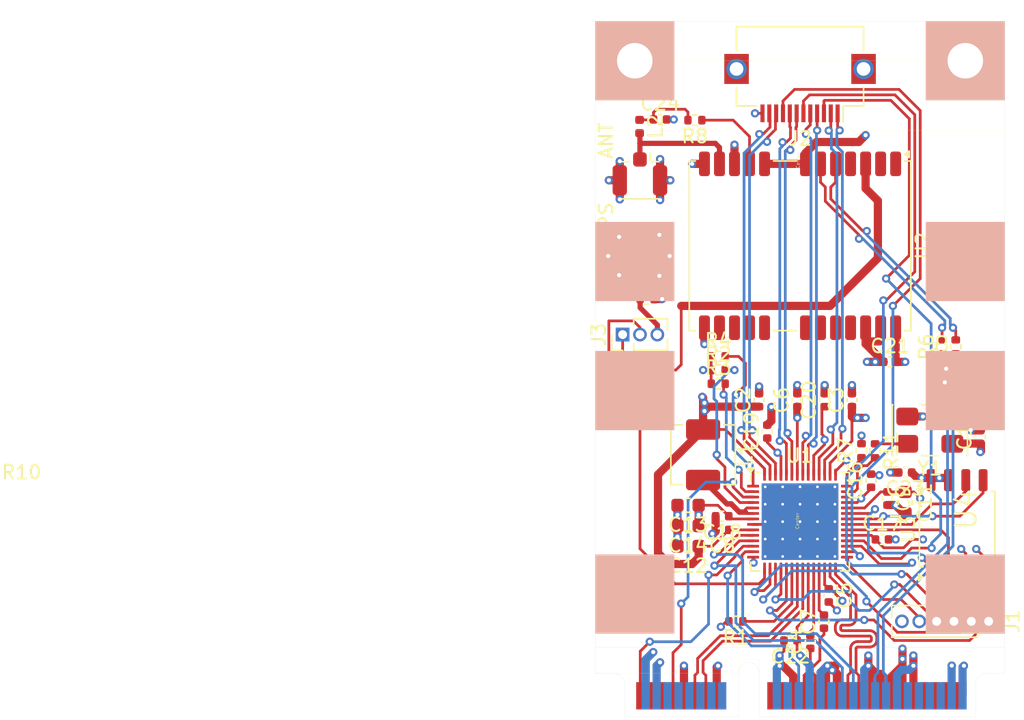
<source format=kicad_pcb>
(kicad_pcb
	(version 20241229)
	(generator "pcbnew")
	(generator_version "9.0")
	(general
		(thickness 1.0412)
		(legacy_teardrops no)
	)
	(paper "A4")
	(title_block
		(title "Timing NIC")
		(date "2025-05-26")
		(rev "1")
	)
	(layers
		(0 "F.Cu" signal)
		(4 "In1.Cu" signal)
		(6 "In2.Cu" signal)
		(2 "B.Cu" signal)
		(9 "F.Adhes" user "F.Adhesive")
		(11 "B.Adhes" user "B.Adhesive")
		(13 "F.Paste" user)
		(15 "B.Paste" user)
		(5 "F.SilkS" user "F.Silkscreen")
		(7 "B.SilkS" user "B.Silkscreen")
		(1 "F.Mask" user)
		(3 "B.Mask" user)
		(17 "Dwgs.User" user "User.Drawings")
		(19 "Cmts.User" user "User.Comments")
		(21 "Eco1.User" user "User.Eco1")
		(23 "Eco2.User" user "User.Eco2")
		(25 "Edge.Cuts" user)
		(27 "Margin" user)
		(31 "F.CrtYd" user "F.Courtyard")
		(29 "B.CrtYd" user "B.Courtyard")
		(35 "F.Fab" user)
		(33 "B.Fab" user)
		(39 "User.1" user)
		(41 "User.2" user)
		(43 "User.3" user)
		(45 "User.4" user)
	)
	(setup
		(stackup
			(layer "F.SilkS"
				(type "Top Silk Screen")
			)
			(layer "F.Paste"
				(type "Top Solder Paste")
			)
			(layer "F.Mask"
				(type "Top Solder Mask")
				(thickness 0.01)
			)
			(layer "F.Cu"
				(type "copper")
				(thickness 0.035)
			)
			(layer "dielectric 1"
				(type "prepreg")
				(thickness 0.2104)
				(material "FR4")
				(epsilon_r 4.5)
				(loss_tangent 0.02)
			)
			(layer "In1.Cu"
				(type "copper")
				(thickness 0.0152)
			)
			(layer "dielectric 2"
				(type "core")
				(thickness 0.5)
				(material "FR4")
				(epsilon_r 4.5)
				(loss_tangent 0.02)
			)
			(layer "In2.Cu"
				(type "copper")
				(thickness 0.0152)
			)
			(layer "dielectric 3"
				(type "prepreg")
				(thickness 0.2104)
				(material "FR4")
				(epsilon_r 4.5)
				(loss_tangent 0.02)
			)
			(layer "B.Cu"
				(type "copper")
				(thickness 0.035)
			)
			(layer "B.Mask"
				(type "Bottom Solder Mask")
				(thickness 0.01)
			)
			(layer "B.Paste"
				(type "Bottom Solder Paste")
			)
			(layer "B.SilkS"
				(type "Bottom Silk Screen")
			)
			(copper_finish "ENIG")
			(dielectric_constraints no)
			(edge_connector yes)
		)
		(pad_to_mask_clearance 0)
		(allow_soldermask_bridges_in_footprints no)
		(tenting front back)
		(pcbplotparams
			(layerselection 0x00000000_00000000_55555555_5755f5ff)
			(plot_on_all_layers_selection 0x00000000_00000000_00000000_00000000)
			(disableapertmacros no)
			(usegerberextensions no)
			(usegerberattributes yes)
			(usegerberadvancedattributes yes)
			(creategerberjobfile yes)
			(dashed_line_dash_ratio 12.000000)
			(dashed_line_gap_ratio 3.000000)
			(svgprecision 4)
			(plotframeref no)
			(mode 1)
			(useauxorigin no)
			(hpglpennumber 1)
			(hpglpenspeed 20)
			(hpglpendiameter 15.000000)
			(pdf_front_fp_property_popups yes)
			(pdf_back_fp_property_popups yes)
			(pdf_metadata yes)
			(pdf_single_document no)
			(dxfpolygonmode yes)
			(dxfimperialunits yes)
			(dxfusepcbnewfont yes)
			(psnegative no)
			(psa4output no)
			(plot_black_and_white yes)
			(sketchpadsonfab no)
			(plotpadnumbers no)
			(hidednponfab no)
			(sketchdnponfab yes)
			(crossoutdnponfab yes)
			(subtractmaskfromsilk no)
			(outputformat 1)
			(mirror no)
			(drillshape 1)
			(scaleselection 1)
			(outputdirectory "")
		)
	)
	(net 0 "")
	(net 1 "+3V3")
	(net 2 "GND")
	(net 3 "VDD_A")
	(net 4 "/minipcie/PER0_N")
	(net 5 "Net-(U1-PE_Tx_N)")
	(net 6 "/minipcie/PER0_P")
	(net 7 "Net-(U1-PE_Tx_P)")
	(net 8 "Net-(C24-Pad1)")
	(net 9 "Net-(J1-Pin_2)")
	(net 10 "Net-(J1-Pin_3)")
	(net 11 "Net-(J1-Pin_5)")
	(net 12 "Net-(J1-Pin_4)")
	(net 13 "Net-(J1-Pin_1)")
	(net 14 "Net-(J2-Pin_9)")
	(net 15 "Net-(J2-Pin_6)")
	(net 16 "Net-(J2-Pin_3)")
	(net 17 "Net-(J3-Pin_3)")
	(net 18 "PPS")
	(net 19 "Net-(J3-Pin_1)")
	(net 20 "Net-(J5-In)")
	(net 21 "Net-(L1-Pad2)")
	(net 22 "Net-(U1-RBIAS)")
	(net 23 "Net-(U1-~ULP_WAKE)")
	(net 24 "Net-(U1-~LAN_DISABLE)")
	(net 25 "Net-(U1-LAN_PWR_GOOD)")
	(net 26 "/minipcie/USB_DN")
	(net 27 "/minipcie/USB_DP")
	(net 28 "Net-(U1-PHY_CAL)")
	(net 29 "Net-(U2-VCC_RF)")
	(net 30 "Net-(U2-TIMEPULSE)")
	(net 31 "/minipcie/~{WAKE}")
	(net 32 "Net-(U1-SPI_DIN{slash}AUX_PWR)")
	(net 33 "/minipcie/PET0_P")
	(net 34 "/minipcie/REFCLK_P")
	(net 35 "/SMB_CLK")
	(net 36 "Net-(U1-~SPI_CS{slash}PCIE_ENA)")
	(net 37 "/minipcie/~{PERST}")
	(net 38 "/minipcie/REFCLK_N")
	(net 39 "/minipcie/~{CLKREQ}")
	(net 40 "/SMB_DATA")
	(net 41 "Net-(U1-XTAL_IN)")
	(net 42 "unconnected-(U1-XTAL_OUT-Pad40)")
	(net 43 "Net-(U1-SPI_DOUT{slash}SEC_ENA)")
	(net 44 "Net-(U1-SPI_CLK)")
	(net 45 "/minipcie/PET0_N")
	(net 46 "unconnected-(U2-SCL{slash}SPI_CLK-Pad19)")
	(net 47 "+1V5")
	(net 48 "unconnected-(U2-SDA{slash}~{SPI_CS}-Pad18)")
	(net 49 "unconnected-(U2-~{SAFEBOOT}-Pad1)")
	(net 50 "unconnected-(U2-TXD{slash}SPI_MISO-Pad20)")
	(net 51 "unconnected-(U4-UIM_PWR-Pad8)")
	(net 52 "unconnected-(U4-Reserved-Pad47)")
	(net 53 "unconnected-(U4-~{LED_WWAN}-Pad42)")
	(net 54 "unconnected-(U4-Reserved-Pad45)")
	(net 55 "unconnected-(U2-EXTINT-Pad4)")
	(net 56 "unconnected-(U2-RESERVED-Pad15)")
	(net 57 "unconnected-(U2-RESERVED-Pad17)")
	(net 58 "unconnected-(U2-RXD{slash}SPI_MOSI-Pad21)")
	(net 59 "unconnected-(U2-RESERVED-Pad16)")
	(net 60 "unconnected-(U2-D_SEL-Pad2)")
	(net 61 "unconnected-(U4-~{LED_WPAN}-Pad46)")
	(net 62 "unconnected-(U4-~{LED_WLAN}-Pad44)")
	(net 63 "unconnected-(U4-COEX1-Pad3)")
	(net 64 "unconnected-(U4-Reserved-Pad51)")
	(net 65 "unconnected-(U2-LNA_EN-Pad14)")
	(net 66 "unconnected-(U4-UIM_RESET-Pad14)")
	(net 67 "unconnected-(U4-UIM_C4-Pad19)")
	(net 68 "unconnected-(U4-UIM_C8-Pad17)")
	(net 69 "unconnected-(U4-Reserved-Pad49)")
	(net 70 "unconnected-(U4-UIM_CLK-Pad12)")
	(net 71 "unconnected-(U4-UIM_VPP-Pad16)")
	(net 72 "unconnected-(U4-UIM_DATA-Pad10)")
	(net 73 "unconnected-(U4-COEX2-Pad5)")
	(net 74 "unconnected-(U4-~{W_DISABLE}-Pad20)")
	(net 75 "unconnected-(Y1-Tri-State-Pad1)")
	(net 76 "Net-(Y1-OUT)")
	(net 77 "/MDI_D_P")
	(net 78 "/MDI_C_N")
	(net 79 "/MDI_C_P")
	(net 80 "/MDI_B_P")
	(net 81 "/MDI_D_N")
	(net 82 "/MDI_A_N")
	(net 83 "/MDI_A_P")
	(net 84 "/MDI_B_N")
	(net 85 "/USB_T_DN")
	(net 86 "/USB_T_DP")
	(footprint "Capacitor_SMD:C_0402_1005Metric" (layer "F.Cu") (at 42.6 59.1 90))
	(footprint "Capacitor_SMD:C_0402_1005Metric" (layer "F.Cu") (at 51.6 54))
	(footprint "Capacitor_SMD:C_0402_1005Metric" (layer "F.Cu") (at 58.2 59.5 90))
	(footprint "Package_SO:SOIC-8_5.3x5.3mm_P1.27mm" (layer "F.Cu") (at 56.5 66.25 90))
	(footprint "Capacitor_SMD:C_0603_1608Metric" (layer "F.Cu") (at 36.8 64.5 180))
	(footprint "Capacitor_SMD:C_0402_1005Metric" (layer "F.Cu") (at 50.2 62.7 90))
	(footprint "Crystal:Crystal_SMD_5032-4Pin_5.0x3.2mm" (layer "F.Cu") (at 54.5 59 180))
	(footprint "Capacitor_SMD:C_0402_1005Metric" (layer "F.Cu") (at 39.3 65.3 180))
	(footprint "Resistor_SMD:R_0402_1005Metric" (layer "F.Cu") (at 55.4 52.9 90))
	(footprint "Resistor_SMD:R_0402_1005Metric" (layer "F.Cu") (at 39 53.6))
	(footprint "Connector_PinHeader_1.27mm:PinHeader_1x06_P1.27mm_Vertical" (layer "F.Cu") (at 58.81 73 -90))
	(footprint "Capacitor_SMD:C_0402_1005Metric" (layer "F.Cu") (at 39.3 66.3 180))
	(footprint "Capacitor_SMD:C_0402_1005Metric" (layer "F.Cu") (at 45.75 74.5 90))
	(footprint "Capacitor_SMD:C_0603_1608Metric" (layer "F.Cu") (at 36.8 67.5 180))
	(footprint "Connector_Coaxial:U.FL_Hirose_U.FL-R-SMT-1_Vertical" (layer "F.Cu") (at 33.25 46.75 90))
	(footprint "Connector_FFC-FPC:Hirose_FH12-12S-0.5SH_1x12-1MP_P0.50mm_Horizontal" (layer "F.Cu") (at 45 33.95 180))
	(footprint "Capacitor_SMD:C_0402_1005Metric" (layer "F.Cu") (at 47.1 71.1 -90))
	(footprint "Resistor_SMD:R_0402_1005Metric" (layer "F.Cu") (at 33.29 54.6 180))
	(footprint "Capacitor_SMD:C_0402_1005Metric" (layer "F.Cu") (at 46.8 56.8 90))
	(footprint "Resistor_SMD:R_0402_1005Metric" (layer "F.Cu") (at 37.3 36.3 180))
	(footprint "Capacitor_SMD:C_0402_1005Metric" (layer "F.Cu") (at 44.8 56.8 90))
	(footprint "Capacitor_SMD:C_0402_1005Metric" (layer "F.Cu") (at 52.7 62.1 180))
	(footprint "Inductor_SMD:L_Changjiang_FXL0420" (layer "F.Cu") (at 37.9 60.8 -90))
	(footprint "Capacitor_SMD:C_0402_1005Metric" (layer "F.Cu") (at 44.3 74.4 180))
	(footprint "Resistor_SMD:R_0402_1005Metric" (layer "F.Cu") (at 33.8 49.4))
	(footprint "Inductor_SMD:L_0402_1005Metric" (layer "F.Cu") (at 33.25 36.765 -90))
	(footprint "Capacitor_SMD:C_0402_1005Metric" (layer "F.Cu") (at 46.75 73.02 90))
	(footprint "Resistor_SMD:R_0402_1005Metric" (layer "F.Cu") (at 50.5 60.51 -90))
	(footprint "Capacitor_SMD:C_0402_1005Metric" (layer "F.Cu") (at 48.8 56.8 90))
	(footprint "RF_GPS:ublox_NEO" (layer "F.Cu") (at 45 45.5 -90))
	(footprint "projlib:mpcie-full-card" (layer "F.Cu") (at 45 80))
	(footprint "Resistor_SMD:R_0402_1005Metric" (layer "F.Cu") (at 49.5 60.5 90))
	(footprint "Connector_PinHeader_1.27mm:PinHeader_1x03_P1.27mm_Vertical" (layer "F.Cu") (at 32.01 52 90))
	(footprint "Connector_Coaxial:U.FL_Hirose_U.FL-R-SMT-1_Vertical" (layer "F.Cu") (at 33.275 40.225 -90))
	(footprint "Capacitor_SMD:C_0402_1005Metric" (layer "F.Cu") (at 51 67))
	(footprint "Capacitor_SMD:C_0402_1005Metric"
		(layer "F.Cu")
		(uuid "e3edc8a5-ed09-4582-94ef-dc41002a9e8b")
		(at 34.75 36.25)
		(descr "Capacitor SMD 0402 (1005 Metric), square (rectangular) end terminal, IPC-7351 nominal, (Body size source: IPC-SM-782 page 76, https://www.pcb-3d.com/wordpress/wp-content/uploads/ipc-sm-782a_amendment_1_and_2.pdf), generated with kicad-footprint-generator")
		(tags "capacitor")
		(property "Reference" "C24"
			(at 0 -1.16 0)
			(layer "F.SilkS")
			(uuid "dc2278e7-57a6-4603-b700-fc01b21785ad")
			(effects
				(font
					(size 1 1)
					(thickness 0.15)
				
... [446888 chars truncated]
</source>
